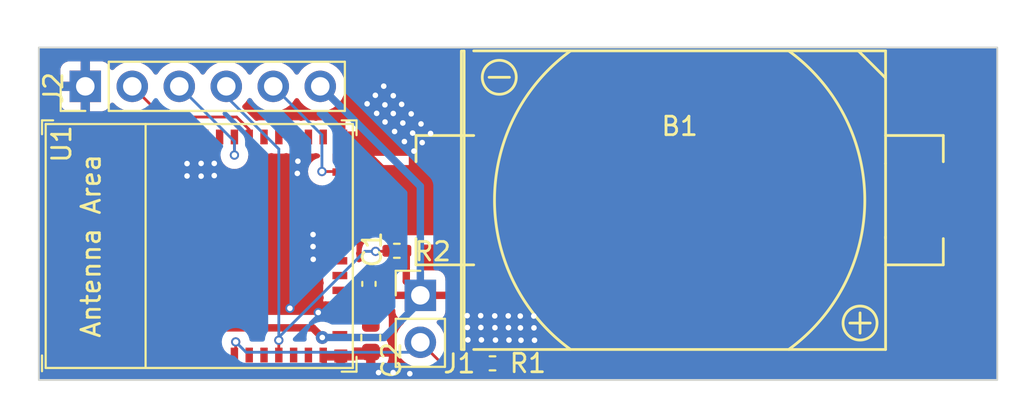
<source format=kicad_pcb>
(kicad_pcb (version 20221018) (generator pcbnew)
  (layers (0 "F.Cu" signal) (31 "B.Cu" signal) (34 "B.Paste" user) (35 "F.Paste" user) (36 "B.SilkS" user "B.Silkscreen") (37 "F.SilkS" user "F.Silkscreen") (38 "B.Mask" user) (39 "F.Mask" user) (44 "Edge.Cuts" user))
  (net 0 "")
  (net 1 "+3.3V")
  (net 2 "GND")
  (net 3 "/GPIO_WAKEUP")
  (net 4 "/ESP_RX")
  (net 5 "/ESP_TX")
  (net 6 "/ESP_EN")
  (net 7 "/ESP_BOOT")
  (footprint "Capacitor_SMD:C_0603_1608Metric" (layer "F.Cu") (at 136.62 93.815 90)
    (fp_text reference "C2" (at -1.215 1.12 90) (layer "F.SilkS"))
    (fp_text value "10u")
    (fp_line (start -0.14058 -0.51) (end 0.14058 -0.51) (stroke (width 0.12)) (layer "F.SilkS"))
    (fp_line (start -0.14058 0.51) (end 0.14058 0.51) (stroke (width 0.12)) (layer "F.SilkS"))
    (pad "1" smd roundrect (at -0.775 0 90) (size 0.9 0.95) (layers "F.Cu" "F.Paste" "F.Mask") (net 2 "GND"))
    (pad "2" smd roundrect (at 0.775 0 90) (size 0.9 0.95) (layers "F.Cu" "F.Paste" "F.Mask") (net 1 "+3.3V"))
  )
  (footprint "Connector_PinHeader_2.54mm:PinHeader_1x06_P2.54mm_Vertical" (layer "F.Cu") (at 121.19 80.21 90)
    (fp_text reference "J2" (at -0.09 -1.72 90) (layer "F.SilkS"))
    (fp_text value "Conn_01x06")
    (fp_line (start -1.33 -1.33) (end 0 -1.33) (stroke (width 0.12)) (layer "F.SilkS"))
    (fp_line (start -1.33 0) (end -1.33 -1.33) (stroke (width 0.12)) (layer "F.SilkS"))
    (fp_line (start -1.33 1.27) (end -1.33 14.03) (stroke (width 0.12)) (layer "F.SilkS"))
    (fp_line (start -1.33 1.27) (end 1.33 1.27) (stroke (width 0.12)) (layer "F.SilkS"))
    (fp_line (start -1.33 14.03) (end 1.33 14.03) (stroke (width 0.12)) (layer "F.SilkS"))
    (fp_line (start 1.33 1.27) (end 1.33 14.03) (stroke (width 0.12)) (layer "F.SilkS"))
    (pad "1" thru_hole rect (at 0 0 90) (size 1.7 1.7) (drill 1) (layers "*.Cu" "*.Mask") (net 2 "GND"))
    (pad "2" thru_hole oval (at 0 2.54 90) (size 1.7 1.7) (drill 1) (layers "*.Cu" "*.Mask") (net 4 "/ESP_RX"))
    (pad "3" thru_hole oval (at 0 5.08 90) (size 1.7 1.7) (drill 1) (layers "*.Cu" "*.Mask") (net 5 "/ESP_TX"))
    (pad "4" thru_hole oval (at 0 7.62 90) (size 1.7 1.7) (drill 1) (layers "*.Cu" "*.Mask") (net 6 "/ESP_EN"))
    (pad "5" thru_hole oval (at 0 10.16 90) (size 1.7 1.7) (drill 1) (layers "*.Cu" "*.Mask") (net 7 "/ESP_BOOT"))
    (pad "6" thru_hole oval (at 0 12.7 90) (size 1.7 1.7) (drill 1) (layers "*.Cu" "*.Mask") (net 1 "+3.3V"))
  )
  (footprint "Capacitor_SMD:C_0402_1005Metric" (layer "F.Cu") (at 136.52 90.9 -90)
    (fp_text reference "C1" (at -1.87 -0.18 90) (layer "F.SilkS"))
    (fp_text value "100n")
    (fp_line (start -0.107836 -0.36) (end 0.107836 -0.36) (stroke (width 0.12)) (layer "F.SilkS"))
    (fp_line (start -0.107836 0.36) (end 0.107836 0.36) (stroke (width 0.12)) (layer "F.SilkS"))
    (pad "1" smd roundrect (at -0.48 0 270) (size 0.56 0.62) (layers "F.Cu" "F.Paste" "F.Mask") (net 2 "GND"))
    (pad "2" smd roundrect (at 0.48 0 270) (size 0.56 0.62) (layers "F.Cu" "F.Paste" "F.Mask") (net 1 "+3.3V"))
  )
  (footprint "battery-holder:BAT-TH_CR2032-BS-6-1" (layer "F.Cu") (at 153.315 86.37)
    (fp_text reference "B1" (at 0 -4) (layer "F.SilkS"))
    (fp_text value "CR2032-BS-6-1")
    (fp_line (start -14.25 -3.5) (end -14.25 -2.08) (stroke (width 0.15)) (layer "F.SilkS"))
    (fp_line (start -14.25 -3.5) (end -11.13 -3.5) (stroke (width 0.15)) (layer "F.SilkS"))
    (fp_line (start -14.25 3.5) (end -14.25 2.08) (stroke (width 0.15)) (layer "F.SilkS"))
    (fp_line (start -14.25 3.5) (end -11.13 3.5) (stroke (width 0.15)) (layer "F.SilkS"))
    (fp_line (start -11.8 -8.07) (end -11.65 -8.07) (stroke (width 0.15)) (layer "F.SilkS"))
    (fp_line (start -11.8 -8.05) (end -11.8 8.05) (stroke (width 0.15)) (layer "F.SilkS"))
    (fp_line (start -11.65 -8.07) (end -11.65 8.08) (stroke (width 0.15)) (layer "F.SilkS"))
    (fp_line (start -11.65 8.08) (end -11.8 8.08) (stroke (width 0.15)) (layer "F.SilkS"))
    (fp_line (start -11.13 -8.08) (end 11.13 -8.08) (stroke (width 0.15)) (layer "F.SilkS"))
    (fp_line (start -11.13 8.08) (end 11.13 8.08) (stroke (width 0.15)) (layer "F.SilkS"))
    (fp_line (start -9.2 -6.65) (end -10.3 -6.65) (stroke (width 0.15)) (layer "F.SilkS"))
    (fp_line (start 9.2 6.65) (end 10.3 6.65) (stroke (width 0.15)) (layer "F.SilkS"))
    (fp_line (start 9.64 -8.08) (end 9.66 -8.08) (stroke (width 0.15)) (layer "F.SilkS"))
    (fp_line (start 9.66 -8.08) (end 11.13 -6.61) (stroke (width 0.15)) (layer "F.SilkS"))
    (fp_line (start 9.75 7.2) (end 9.75 6.1) (stroke (width 0.15)) (layer "F.SilkS"))
    (fp_line (start 11.13 -8.08) (end 11.13 -1.98) (stroke (width 0.15)) (layer "F.SilkS"))
    (fp_line (start 11.13 -1.98) (end 11.13 2.06) (stroke (width 0.15)) (layer "F.SilkS"))
    (fp_line (start 11.13 8.08) (end 11.13 1.98) (stroke (width 0.15)) (layer "F.SilkS"))
    (fp_line (start 14.25 -3.5) (end 11.13 -3.5) (stroke (width 0.15)) (layer "F.SilkS"))
    (fp_line (start 14.25 -3.5) (end 14.25 -2.08) (stroke (width 0.15)) (layer "F.SilkS"))
    (fp_line (start 14.25 3.5) (end 11.13 3.5) (stroke (width 0.15)) (layer "F.SilkS"))
    (fp_line (start 14.25 3.5) (end 14.25 2.08) (stroke (width 0.15)) (layer "F.SilkS"))
    (fp_arc (start -5.91 8.07) (mid -10.006744 -0.003602) (end -5.904183 -8.07425) (stroke (width 0.15)) (layer "F.SilkS"))
    (fp_arc (start 5.91 -8.07) (mid 10.006744 0.003602) (end 5.904183 8.07425) (stroke (width 0.15)) (layer "F.SilkS"))
    (fp_circle (center -9.75 -6.65) (end -8.83 -6.65) (stroke (width 0.15)) (fill none) (layer "F.SilkS"))
    (fp_circle (center 9.75 6.65) (end 10.67 6.65) (stroke (width 0.15)) (fill none) (layer "F.SilkS"))
    (pad "1" smd rect (at 14.39 0) (size 4.2 3.8) (layers "F.Cu" "F.Paste" "F.Mask") (net 1 "+3.3V"))
    (pad "2" smd rect (at -14.39 0) (size 4.2 3.8) (layers "F.Cu" "F.Paste" "F.Mask") (net 2 "GND"))
  )
  (footprint "Resistor_SMD:R_0402_1005Metric" (layer "F.Cu") (at 143.2 95.2 180)
    (fp_text reference "R1" (at -1.91 0) (layer "F.SilkS"))
    (fp_text value "10k")
    (fp_line (start -0.153641 -0.38) (end 0.153641 -0.38) (stroke (width 0.12)) (layer "F.SilkS"))
    (fp_line (start -0.153641 0.38) (end 0.153641 0.38) (stroke (width 0.12)) (layer "F.SilkS"))
    (pad "1" smd roundrect (at -0.51 0 180) (size 0.54 0.64) (layers "F.Cu" "F.Paste" "F.Mask") (net 2 "GND"))
    (pad "2" smd roundrect (at 0.51 0 180) (size 0.54 0.64) (layers "F.Cu" "F.Paste" "F.Mask") (net 3 "/GPIO_WAKEUP"))
  )
  (footprint "Connector_PinHeader_2.54mm:PinHeader_1x02_P2.54mm_Vertical" (layer "F.Cu") (at 139.3 91.52)
    (fp_text reference "J1" (at 2.11 3.7) (layer "F.SilkS"))
    (fp_text value "Conn_01x02_Pin")
    (fp_line (start -1.33 -1.33) (end 0 -1.33) (stroke (width 0.12)) (layer "F.SilkS"))
    (fp_line (start -1.33 0) (end -1.33 -1.33) (stroke (width 0.12)) (layer "F.SilkS"))
    (fp_line (start -1.33 1.27) (end -1.33 3.87) (stroke (width 0.12)) (layer "F.SilkS"))
    (fp_line (start -1.33 1.27) (end 1.33 1.27) (stroke (width 0.12)) (layer "F.SilkS"))
    (fp_line (start -1.33 3.87) (end 1.33 3.87) (stroke (width 0.12)) (layer "F.SilkS"))
    (fp_line (start 1.33 1.27) (end 1.33 3.87) (stroke (width 0.12)) (layer "F.SilkS"))
    (pad "1" thru_hole rect (at 0 0) (size 1.7 1.7) (drill 1) (layers "*.Cu" "*.Mask") (net 1 "+3.3V"))
    (pad "2" thru_hole oval (at 0 2.54) (size 1.7 1.7) (drill 1) (layers "*.Cu" "*.Mask") (net 3 "/GPIO_WAKEUP"))
  )
  (footprint "PCM_Espressif:ESP32-C3-MINI-1" (layer "F.Cu") (at 127.35 88.85 90)
    (fp_text reference "U1" (at 5.52 -7.44 90) (layer "F.SilkS"))
    (fp_text value "ESP32-C3-MINI-1")
    (fp_text user "Antenna Area" (at 0 -5.85 90) (layer "F.SilkS"))
    (fp_line (start -6.8 7.7) (end -6.8 8.5) (stroke (width 0.12)) (layer "F.SilkS"))
    (fp_line (start -6.8 8.5) (end -6 8.5) (stroke (width 0.12)) (layer "F.SilkS"))
    (fp_line (start -6.6 -8.3) (end 6.6 -8.3) (stroke (width 0.12)) (layer "F.SilkS"))
    (fp_line (start -6.6 -2.9) (end 6.6 -2.9) (stroke (width 0.12)) (layer "F.SilkS"))
    (fp_line (start -6.6 8.3) (end -6.6 -8.3) (stroke (width 0.12)) (layer "F.SilkS"))
    (fp_line (start -5.925 -8.5) (end -6.775 -8.5) (stroke (width 0.12)) (layer "F.SilkS"))
    (fp_line (start 6.05 -8.5) (end 6.8 -8.5) (stroke (width 0.12)) (layer "F.SilkS"))
    (fp_line (start 6.6 -8.3) (end 6.6 8.3) (stroke (width 0.12)) (layer "F.SilkS"))
    (fp_line (start 6.6 8.3) (end -6.6 8.3) (stroke (width 0.12)) (layer "F.SilkS"))
    (fp_line (start 6.8 -8.5) (end 6.8 -7.9) (stroke (width 0.12)) (layer "F.SilkS"))
    (fp_line (start 6.8 7.7) (end 6.8 8.5) (stroke (width 0.12)) (layer "F.SilkS"))
    (fp_line (start 6.8 8.5) (end 6 8.5) (stroke (width 0.12)) (layer "F.SilkS"))
    (pad "1" smd rect (at -5.9 -1.3 180) (size 0.4 0.8) (layers "F.Cu" "F.Paste" "F.Mask") (net 2 "GND"))
    (pad "2" smd rect (at -5.9 -0.5 180) (size 0.4 0.8) (layers "F.Cu" "F.Paste" "F.Mask") (net 2 "GND"))
    (pad "3" smd rect (at -5.9 0.3 180) (size 0.4 0.8) (layers "F.Cu" "F.Paste" "F.Mask") (net 1 "+3.3V"))
    (pad "4" smd rect (at -5.9 1.1 180) (size 0.4 0.8) (layers "F.Cu" "F.Paste" "F.Mask"))
    (pad "5" smd rect (at -5.9 1.9 180) (size 0.4 0.8) (layers "F.Cu" "F.Paste" "F.Mask") (net 3 "/GPIO_WAKEUP"))
    (pad "6" smd rect (at -5.9 2.7 180) (size 0.4 0.8) (layers "F.Cu" "F.Paste" "F.Mask"))
    (pad "7" smd rect (at -5.9 3.5 180) (size 0.4 0.8) (layers "F.Cu" "F.Paste" "F.Mask"))
    (pad "8" smd rect (at -5.9 4.3 180) (size 0.4 0.8) (layers "F.Cu" "F.Paste" "F.Mask") (net 6 "/ESP_EN"))
    (pad "9" smd rect (at -5.9 5.1 180) (size 0.4 0.8) (layers "F.Cu" "F.Paste" "F.Mask"))
    (pad "10" smd rect (at -5.9 5.9 180) (size 0.4 0.8) (layers "F.Cu" "F.Paste" "F.Mask"))
    (pad "11" smd rect (at -5.9 6.7 180) (size 0.4 0.8) (layers "F.Cu" "F.Paste" "F.Mask") (net 2 "GND"))
    (pad "12" smd rect (at -4.8 7.6 90) (size 0.4 0.8) (layers "F.Cu" "F.Paste" "F.Mask"))
    (pad "13" smd rect (at -4 7.6 90) (size 0.4 0.8) (layers "F.Cu" "F.Paste" "F.Mask"))
    (pad "14" smd rect (at -3.2 7.6 90) (size 0.4 0.8) (layers "F.Cu" "F.Paste" "F.Mask") (net 2 "GND"))
    (pad "15" smd rect (at -2.4 7.6 90) (size 0.4 0.8) (layers "F.Cu" "F.Paste" "F.Mask"))
    (pad "16" smd rect (at -1.6 7.6 90) (size 0.4 0.8) (layers "F.Cu" "F.Paste" "F.Mask"))
    (pad "17" smd rect (at -0.8 7.6 90) (size 0.4 0.8) (layers "F.Cu" "F.Paste" "F.Mask"))
    (pad "18" smd rect (at 0 7.6 90) (size 0.4 0.8) (layers "F.Cu" "F.Paste" "F.Mask"))
    (pad "19" smd rect (at 0.8 7.6 90) (size 0.4 0.8) (layers "F.Cu" "F.Paste" "F.Mask"))
    (pad "20" smd rect (at 1.6 7.6 90) (size 0.4 0.8) (layers "F.Cu" "F.Paste" "F.Mask"))
    (pad "21" smd rect (at 2.4 7.6 90) (size 0.4 0.8) (layers "F.Cu" "F.Paste" "F.Mask"))
    (pad "22" smd rect (at 3.2 7.6 90) (size 0.4 0.8) (layers "F.Cu" "F.Paste" "F.Mask"))
    (pad "23" smd rect (at 4 7.6 90) (size 0.4 0.8) (layers "F.Cu" "F.Paste" "F.Mask") (net 7 "/ESP_BOOT"))
    (pad "24" smd rect (at 4.8 7.6 90) (size 0.4 0.8) (layers "F.Cu" "F.Paste" "F.Mask"))
    (pad "25" smd rect (at 5.9 6.7 180) (size 0.4 0.8) (layers "F.Cu" "F.Paste" "F.Mask"))
    (pad "26" smd rect (at 5.9 5.9 180) (size 0.4 0.8) (layers "F.Cu" "F.Paste" "F.Mask"))
    (pad "27" smd rect (at 5.9 5.1 180) (size 0.4 0.8) (layers "F.Cu" "F.Paste" "F.Mask"))
    (pad "28" smd rect (at 5.9 4.3 180) (size 0.4 0.8) (layers "F.Cu" "F.Paste" "F.Mask"))
    (pad "29" smd rect (at 5.9 3.5 180) (size 0.4 0.8) (layers "F.Cu" "F.Paste" "F.Mask"))
    (pad "30" smd rect (at 5.9 2.7 180) (size 0.4 0.8) (layers "F.Cu" "F.Paste" "F.Mask") (net 4 "/ESP_RX"))
    (pad "31" smd rect (at 5.9 1.9 180) (size 0.4 0.8) (layers "F.Cu" "F.Paste" "F.Mask") (net 5 "/ESP_TX"))
    (pad "32" smd rect (at 5.9 1.1 180) (size 0.4 0.8) (layers "F.Cu" "F.Paste" "F.Mask"))
    (pad "33" smd rect (at 5.9 0.3 180) (size 0.4 0.8) (layers "F.Cu" "F.Paste" "F.Mask"))
    (pad "34" smd rect (at 5.9 -0.5 180) (size 0.4 0.8) (layers "F.Cu" "F.Paste" "F.Mask"))
    (pad "35" smd rect (at 5.9 -1.3 180) (size 0.4 0.8) (layers "F.Cu" "F.Paste" "F.Mask"))
    (pad "36" smd rect (at 4.8 -2.2 90) (size 0.4 0.8) (layers "F.Cu" "F.Paste" "F.Mask") (net 2 "GND"))
    (pad "37" smd rect (at 4 -2.2 90) (size 0.4 0.8) (layers "F.Cu" "F.Paste" "F.Mask") (net 2 "GND"))
    (pad "38" smd rect (at 3.2 -2.2 90) (size 0.4 0.8) (layers "F.Cu" "F.Paste" "F.Mask") (net 2 "GND"))
    (pad "39" smd rect (at 2.4 -2.2 90) (size 0.4 0.8) (layers "F.Cu" "F.Paste" "F.Mask") (net 2 "GND"))
    (pad "40" smd rect (at 1.6 -2.2 90) (size 0.4 0.8) (layers "F.Cu" "F.Paste" "F.Mask") (net 2 "GND"))
    (pad "41" smd rect (at 0.8 -2.2 90) (size 0.4 0.8) (layers "F.Cu" "F.Paste" "F.Mask") (net 2 "GND"))
    (pad "42" smd rect (at 0 -2.2 90) (size 0.4 0.8) (layers "F.Cu" "F.Paste" "F.Mask") (net 2 "GND"))
    (pad "43" smd rect (at -0.8 -2.2 90) (size 0.4 0.8) (layers "F.Cu" "F.Paste" "F.Mask") (net 2 "GND"))
    (pad "44" smd rect (at -1.6 -2.2 90) (size 0.4 0.8) (layers "F.Cu" "F.Paste" "F.Mask") (net 2 "GND"))
    (pad "45" smd rect (at -2.4 -2.2 90) (size 0.4 0.8) (layers "F.Cu" "F.Paste" "F.Mask") (net 2 "GND"))
    (pad "46" smd rect (at -3.2 -2.2 90) (size 0.4 0.8) (layers "F.Cu" "F.Paste" "F.Mask") (net 2 "GND"))
    (pad "47" smd rect (at -4 -2.2 90) (size 0.4 0.8) (layers "F.Cu" "F.Paste" "F.Mask") (net 2 "GND"))
    (pad "48" smd rect (at -4.8 -2.2 90) (size 0.4 0.8) (layers "F.Cu" "F.Paste" "F.Mask") (net 2 "GND"))
    (pad "49" smd custom (at -1.975 0.725 90) (size 0.8 0.8) (layers "F.Cu" "F.Paste" "F.Mask") (net 2 "GND") (options (clearance outline) (anchor rect)) (primitives (gr_poly (pts (xy 0.725 0.725) (xy -0.725 0.725) (xy -0.725 -0.125) (xy -0.125 -0.725) (xy 0.725 -0.725)) (width 0) (fill yes))))
    (pad "49" smd rect (at -1.975 2.7 180) (size 1.45 1.45) (layers "F.Cu" "F.Paste" "F.Mask") (net 2 "GND"))
    (pad "49" smd rect (at -1.975 4.675 180) (size 1.45 1.45) (layers "F.Cu" "F.Paste" "F.Mask") (net 2 "GND"))
    (pad "49" smd rect (at 0 0.725 180) (size 1.45 1.45) (layers "F.Cu" "F.Paste" "F.Mask") (net 2 "GND"))
    (pad "49" smd rect (at 0 2.7 180) (size 1.45 1.45) (layers "F.Cu" "F.Paste" "F.Mask") (net 2 "GND"))
    (pad "49" smd rect (at 0 4.675 180) (size 1.45 1.45) (layers "F.Cu" "F.Paste" "F.Mask") (net 2 "GND"))
    (pad "49" smd rect (at 1.975 0.725 180) (size 1.45 1.45) (layers "F.Cu" "F.Paste" "F.Mask") (net 2 "GND"))
    (pad "49" smd rect (at 1.975 2.7 180) (size 1.45 1.45) (layers "F.Cu" "F.Paste" "F.Mask") (net 2 "GND"))
    (pad "49" smd rect (at 1.975 4.675 180) (size 1.45 1.45) (layers "F.Cu" "F.Paste" "F.Mask") (net 2 "GND"))
    (pad "50" smd rect (at 5.95 -2.25 180) (size 0.7 0.7) (layers "F.Cu" "F.Paste" "F.Mask") (net 2 "GND"))
    (pad "51" smd rect (at 5.95 7.65 180) (size 0.7 0.7) (layers "F.Cu" "F.Paste" "F.Mask") (net 2 "GND"))
    (pad "52" smd rect (at -5.95 7.65 180) (size 0.7 0.7) (layers "F.Cu" "F.Paste" "F.Mask") (net 2 "GND"))
    (pad "53" smd rect (at -5.95 -2.25 180) (size 0.7 0.7) (layers "F.Cu" "F.Paste" "F.Mask") (net 2 "GND"))
  )
  (footprint "Resistor_SMD:R_0402_1005Metric" (layer "F.Cu") (at 138.03 89.11)
    (fp_text reference "R2" (at 1.94 0.04) (layer "F.SilkS"))
    (fp_text value "10k")
    (fp_line (start -0.153641 -0.38) (end 0.153641 -0.38) (stroke (width 0.12)) (layer "F.SilkS"))
    (fp_line (start -0.153641 0.38) (end 0.153641 0.38) (stroke (width 0.12)) (layer "F.SilkS"))
    (pad "1" smd roundrect (at -0.51 0) (size 0.54 0.64) (layers "F.Cu" "F.Paste" "F.Mask") (net 6 "/ESP_EN"))
    (pad "2" smd roundrect (at 0.51 0) (size 0.54 0.64) (layers "F.Cu" "F.Paste" "F.Mask") (net 1 "+3.3V"))
  )
  (gr_rect (start 118.68 78.11) (end 170.48 96.1) (stroke (width 0.1)) (fill none) (layer "Edge.Cuts"))
  (segment (start 127.65 94.35) (end 127.65 94.75) (width 0.4) (layer "F.Cu") (net 1))
  (segment (start 139.3 91.52) (end 162.555 91.52) (width 0.4) (layer "F.Cu") (net 1))
  (segment (start 162.555 91.52) (end 167.705 86.37) (width 0.4) (layer "F.Cu") (net 1))
  (segment (start 136.52 91.38) (end 136.52 92.94) (width 0.4) (layer "F.Cu") (net 1))
  (segment (start 134.0005 93.8005) (end 133.48 93.28) (width 0.4) (layer "F.Cu") (net 1))
  (segment (start 133.48 93.28) (end 128.72 93.28) (width 0.4) (layer "F.Cu") (net 1))
  (segment (start 136.52 92.94) (end 136.62 93.04) (width 0.4) (layer "F.Cu") (net 1))
  (segment (start 136.66 91.52) (end 136.52 91.38) (width 0.4) (layer "F.Cu") (net 1))
  (segment (start 139.3 91.52) (end 136.66 91.52) (width 0.4) (layer "F.Cu") (net 1))
  (segment (start 138.54 89.11) (end 138.54 90.76) (width 0.4) (layer "F.Cu") (net 1))
  (segment (start 138.54 90.76) (end 139.3 91.52) (width 0.4) (layer "F.Cu") (net 1))
  (segment (start 128.72 93.28) (end 127.65 94.35) (width 0.4) (layer "F.Cu") (net 1))
  (via (at 134.0005 93.8005) (size 0.7) (drill 0.3) (layers "F.Cu" "B.Cu") (net 1))
  (segment (start 139.3 91.84) (end 139.3 91.52) (width 0.4) (layer "B.Cu") (net 1))
  (segment (start 139.3 85.62) (end 139.3 91.52) (width 0.4) (layer "B.Cu") (net 1))
  (segment (start 137.34 93.8) (end 139.3 91.84) (width 0.4) (layer "B.Cu") (net 1))
  (segment (start 133.89 80.21) (end 139.3 85.62) (width 0.4) (layer "B.Cu") (net 1))
  (segment (start 134.001 93.8) (end 137.34 93.8) (width 0.4) (layer "B.Cu") (net 1))
  (segment (start 134.0005 93.8005) (end 134.001 93.8) (width 0.4) (layer "B.Cu") (net 1))
  (segment (start 125.15 94.75) (end 125.1 94.8) (width 0.4) (layer "F.Cu") (net 2))
  (segment (start 134.95 92.05) (end 134.18 92.05) (width 0.4) (layer "F.Cu") (net 2))
  (segment (start 135.78 91.62) (end 135.78 91.01) (width 0.4) (layer "F.Cu") (net 2))
  (segment (start 134.05 94.75) (end 134.95 94.75) (width 0.4) (layer "F.Cu") (net 2))
  (segment (start 125.1 82.9) (end 125.1 94.8) (width 0.4) (layer "F.Cu") (net 2))
  (segment (start 134.18 92.05) (end 133.78 92.45) (width 0.4) (layer "F.Cu") (net 2))
  (segment (start 135.78 91.01) (end 136.37 90.42) (width 0.4) (layer "F.Cu") (net 2))
  (segment (start 134.95 94.75) (end 135 94.8) (width 0.4) (layer "F.Cu") (net 2))
  (segment (start 126.85 94.75) (end 125.15 94.75) (width 0.4) (layer "F.Cu") (net 2))
  (segment (start 134.95 92.05) (end 135.35 92.05) (width 0.4) (layer "F.Cu") (net 2))
  (segment (start 135 94.8) (end 136.41 94.8) (width 0.4) (layer "F.Cu") (net 2))
  (segment (start 135 82.9) (end 135.455 82.9) (width 0.4) (layer "F.Cu") (net 2))
  (segment (start 135.35 92.05) (end 135.78 91.62) (width 0.4) (layer "F.Cu") (net 2))
  (segment (start 135.455 82.9) (end 138.925 86.37) (width 0.4) (layer "F.Cu") (net 2))
  (segment (start 136.41 94.8) (end 136.62 94.59) (width 0.4) (layer "F.Cu") (net 2))
  (segment (start 136.37 90.42) (end 136.52 90.42) (width 0.4) (layer "F.Cu") (net 2))
  (via (at 138.73 95.76) (size 0.5) (drill 0.3) (layers "F.Cu" "B.Cu") (net 2))
  (via (at 145.43 92.64) (size 0.5) (drill 0.3) (layers "F.Cu" "B.Cu") (net 2))
  (via (at 128.16 85.04) (size 0.5) (drill 0.3) (layers "F.Cu" "B.Cu") (net 2))
  (via (at 137.836188 80.716188) (size 0.5) (drill 0.3) (layers "F.Cu" "B.Cu") (net 2))
  (via (at 139.335254 82.243539) (size 0.5) (drill 0.3) (layers "F.Cu" "B.Cu") (net 2))
  (via (at 137.906897 82.653661) (size 0.5) (drill 0.3) (layers "F.Cu" "B.Cu") (net 2))
  (via (at 145.44 93.28) (size 0.5) (drill 0.3) (layers "F.Cu" "B.Cu") (net 2))
  (via (at 144.06 93.27) (size 0.5) (drill 0.3) (layers "F.Cu" "B.Cu") (net 2))
  (via (at 132.25 92.22) (size 0.5) (drill 0.3) (layers "F.Cu" "B.Cu") (net 2))
  (via (at 136.938162 81.670783) (size 0.5) (drill 0.3) (layers "F.Cu" "B.Cu") (net 2))
  (via (at 133.51 89.57) (size 0.5) (drill 0.3) (layers "F.Cu" "B.Cu") (net 2))
  (via (at 126.69 85.06) (size 0.5) (drill 0.3) (layers "F.Cu" "B.Cu") (net 2))
  (via (at 144.05 92.63) (size 0.5) (drill 0.3) (layers "F.Cu" "B.Cu") (net 2))
  (via (at 137.836188 81.677853) (size 0.5) (drill 0.3) (layers "F.Cu" "B.Cu") (net 2))
  (via (at 133.5 88.23) (size 0.5) (drill 0.3) (layers "F.Cu" "B.Cu") (net 2))
  (via (at 126.69 84.39) (size 0.5) (drill 0.3) (layers "F.Cu" "B.Cu") (net 2))
  (via (at 137.04 95.7) (size 0.5) (drill 0.3) (layers "F.Cu" "B.Cu") (net 2))
  (via (at 133.5 88.88) (size 0.5) (drill 0.3) (layers "F.Cu" "B.Cu") (net 2))
  (via (at 128.16 84.38) (size 0.5) (drill 0.3) (layers "F.Cu" "B.Cu") (net 2))
  (via (at 143.33 93.27) (size 0.5) (drill 0.3) (layers "F.Cu" "B.Cu") (net 2))
  (via (at 144.71 93.28) (size 0.5) (drill 0.3) (layers "F.Cu" "B.Cu") (net 2))
  (via (at 137.383639 81.211162) (size 0.5) (drill 0.3) (layers "F.Cu" "B.Cu") (net 2))
  (via (at 142.56 92.62) (size 0.5) (drill 0.3) (layers "F.Cu" "B.Cu") (net 2))
  (via (at 145.47 93.95) (size 0.5) (drill 0.3) (layers "F.Cu" "B.Cu") (net 2))
  (via (at 132.65 84.92) (size 0.5) (drill 0.3) (layers "F.Cu" "B.Cu") (net 2))
  (via (at 142.57 93.26) (size 0.5) (drill 0.3) (layers "F.Cu" "B.Cu") (net 2))
  (via (at 138.288735 81.182879) (size 0.5) (drill 0.3) (layers "F.Cu" "B.Cu") (net 2))
  (via (at 144.7 92.64) (size 0.5) (drill 0.3) (layers "F.Cu" "B.Cu") (net 2))
  (via (at 138.352375 82.194041) (size 0.5) (drill 0.3) (layers "F.Cu" "B.Cu") (net 2))
  (via (at 142.6 93.93) (size 0.5) (drill 0.3) (layers "F.Cu" "B.Cu") (net 2))
  (via (at 137.83 95.7) (size 0.5) (drill 0.3) (layers "F.Cu" "B.Cu") (net 2))
  (via (at 136.421973 81.154594) (size 0.5) (drill 0.3) (layers "F.Cu" "B.Cu") (net 2))
  (via (at 133.78 92.45) (size 0.5) (drill 0.3) (layers "F.Cu" "B.Cu") (net 2))
  (via (at 127.45 84.38) (size 0.5) (drill 0.3) (layers "F.Cu" "B.Cu") (net 2))
  (via (at 138.437228 83.198131) (size 0.5) (drill 0.3) (layers "F.Cu" "B.Cu") (net 2))
  (via (at 144.74 93.95) (size 0.5) (drill 0.3) (layers "F.Cu" "B.Cu") (net 2))
  (via (at 141.83 92.62) (size 0.5) (drill 0.3) (layers "F.Cu" "B.Cu") (net 2))
  (via (at 137.390709 82.137473) (size 0.5) (drill 0.3) (layers "F.Cu" "B.Cu") (net 2))
  (via (at 136.867451 80.694975) (size 0.5) (drill 0.3) (layers "F.Cu" "B.Cu") (net 2))
  (via (at 138.953417 83.71432) (size 0.5) (drill 0.3) (layers "F.Cu" "B.Cu") (net 2))
  (via (at 143.36 93.94) (size 0.5) (drill 0.3) (layers "F.Cu" "B.Cu") (net 2))
  (via (at 141.84 93.26) (size 0.5) (drill 0.3) (layers "F.Cu" "B.Cu") (net 2))
  (via (at 137.32 80.2) (size 0.5) (drill 0.3) (layers "F.Cu" "B.Cu") (net 2))
  (via (at 138.804923 81.699067) (size 0.5) (drill 0.3) (layers "F.Cu" "B.Cu") (net 2))
  (via (at 143.32 92.63) (size 0.5) (drill 0.3) (layers "F.Cu" "B.Cu") (net 2))
  (via (at 139.851441 82.759726) (size 0.5) (drill 0.3) (layers "F.Cu" "B.Cu") (net 2))
  (via (at 139.398895 83.254701) (size 0.5) (drill 0.3) (layers "F.Cu" "B.Cu") (net 2))
  (via (at 138.882706 82.738513) (size 0.5) (drill 0.3) (layers "F.Cu" "B.Cu") (net 2))
  (via (at 141.87 93.93) (size 0.5) (drill 0.3) (layers "F.Cu" "B.Cu") (net 2))
  (via (at 127.45 85.07) (size 0.5) (drill 0.3) (layers "F.Cu" "B.Cu") (net 2))
  (via (at 144.09 93.94) (size 0.5) (drill 0.3) (layers "F.Cu" "B.Cu") (net 2))
  (via (at 132.68 84.26) (size 0.5) (drill 0.3) (layers "F.Cu" "B.Cu") (net 2))
  (segment (start 129.32 94.68) (end 129.25 94.75) (width 0.15) (layer "F.Cu") (net 3))
  (segment (start 140.45 95.2) (end 142.69 95.2) (width 0.15) (layer "F.Cu") (net 3))
  (segment (start 129.32 94.04) (end 129.32 94.68) (width 0.15) (layer "F.Cu") (net 3))
  (segment (start 139.3 94.06) (end 139.31 94.06) (width 0.15) (layer "F.Cu") (net 3))
  (segment (start 139.31 94.06) (end 140.45 95.2) (width 0.15) (layer "F.Cu") (net 3))
  (via (at 129.32 94.04) (size 0.5) (drill 0.3) (layers "F.Cu" "B.Cu") (net 3))
  (segment (start 129.88 94.6) (end 129.32 94.04) (width 0.15) (layer "B.Cu") (net 3))
  (segment (start 138.76 94.6) (end 129.88 94.6) (width 0.15) (layer "B.Cu") (net 3))
  (segment (start 139.3 94.06) (end 138.76 94.6) (width 0.15) (layer "B.Cu") (net 3))
  (segment (start 125.39 81.87) (end 123.73 80.21) (width 0.15) (layer "F.Cu") (net 4))
  (segment (start 130.05 82.55) (end 129.37 81.87) (width 0.15) (layer "F.Cu") (net 4))
  (segment (start 129.37 81.87) (end 125.39 81.87) (width 0.15) (layer "F.Cu") (net 4))
  (segment (start 130.05 82.95) (end 130.05 82.55) (width 0.15) (layer "F.Cu") (net 4))
  (segment (start 129.25 82.95) (end 129.25 83.93) (width 0.15) (layer "F.Cu") (net 5))
  (via (at 129.25 83.93) (size 0.5) (drill 0.3) (layers "F.Cu" "B.Cu") (net 5))
  (segment (start 129.25 83.93) (end 129.25 83.19) (width 0.15) (layer "B.Cu") (net 5))
  (segment (start 129.25 83.19) (end 126.27 80.21) (width 0.15) (layer "B.Cu") (net 5))
  (segment (start 131.65 93.95) (end 131.65 94.75) (width 0.15) (layer "F.Cu") (net 6))
  (segment (start 136.88 89.14) (end 137.49 89.14) (width 0.15) (layer "F.Cu") (net 6))
  (segment (start 137.49 89.14) (end 137.52 89.11) (width 0.15) (layer "F.Cu") (net 6))
  (via (at 136.88 89.14) (size 0.5) (drill 0.3) (layers "F.Cu" "B.Cu") (net 6))
  (via (at 131.65 93.95) (size 0.5) (drill 0.3) (layers "F.Cu" "B.Cu") (net 6))
  (segment (start 131.65 93.79) (end 136.3 89.14) (width 0.15) (layer "B.Cu") (net 6))
  (segment (start 136.3 89.14) (end 136.88 89.14) (width 0.15) (layer "B.Cu") (net 6))
  (segment (start 128.81 80.21) (end 128.81 80.76) (width 0.15) (layer "B.Cu") (net 6))
  (segment (start 131.65 83.6) (end 131.65 93.95) (width 0.15) (layer "B.Cu") (net 6))
  (segment (start 128.81 80.76) (end 131.65 83.6) (width 0.15) (layer "B.Cu") (net 6))
  (segment (start 131.65 93.95) (end 131.65 93.79) (width 0.15) (layer "B.Cu") (net 6))
  (segment (start 133.98 84.82) (end 134.92 84.82) (width 0.15) (layer "F.Cu") (net 7))
  (segment (start 134.92 84.82) (end 134.95 84.85) (width 0.15) (layer "F.Cu") (net 7))
  (via (at 133.98 84.82) (size 0.5) (drill 0.3) (layers "F.Cu" "B.Cu") (net 7))
  (segment (start 131.35 80.21) (end 133.98 82.84) (width 0.15) (layer "B.Cu") (net 7))
  (segment (start 133.98 82.84) (end 133.98 84.82) (width 0.15) (layer "B.Cu") (net 7))
  (zone (net 2) (net_name "GND") (layers "F&B.Cu") (connect_pads (clearance 0.5)) (min_thickness 0.25) (fill yes (thermal_gap 0.5) (thermal_bridge_width 0.5))
    (polygon (pts (xy 116.63 76.71) (xy 171.94 76.94) (xy 171.82 97.62) (xy 116.58 97.45)))
  )
)
</source>
